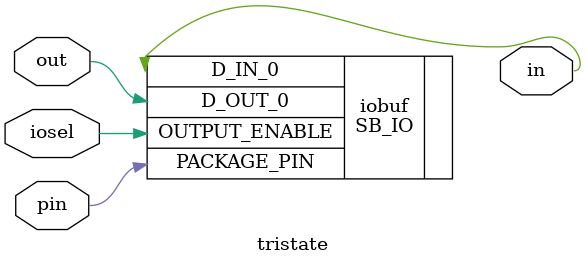
<source format=sv>
module tristate (
    inout  pin,
    input  iosel,
    input  out,
    output in
);

  // Verilog
  //   assign pin = iosel ? out : 1'bz;
  //   assign in  = pin;

  // If your synthesizer doesn't synth tristate well,
  // use IO buffer primitive like this:
  SB_IO #(
      .PIN_TYPE(6'b1010_01),
      .PULLUP  (1'b0)
  ) iobuf (
      .PACKAGE_PIN(pin),
      .OUTPUT_ENABLE(iosel),
      .D_OUT_0(out),
      .D_IN_0(in)
  );


endmodule

</source>
